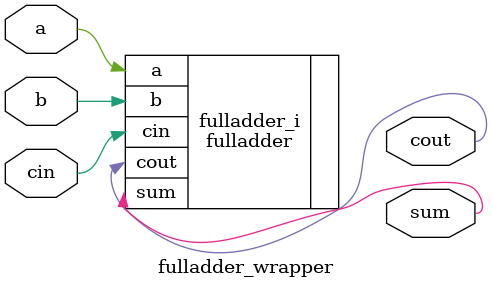
<source format=v>
`timescale 1 ps / 1 ps

module fulladder_wrapper
   (a,
    b,
    cin,
    cout,
    sum);
  input a;
  input b;
  input cin;
  output cout;
  output [0:0]sum;

  wire a;
  wire b;
  wire cin;
  wire cout;
  wire [0:0]sum;

  fulladder fulladder_i
       (.a(a),
        .b(b),
        .cin(cin),
        .cout(cout),
        .sum(sum));
endmodule

</source>
